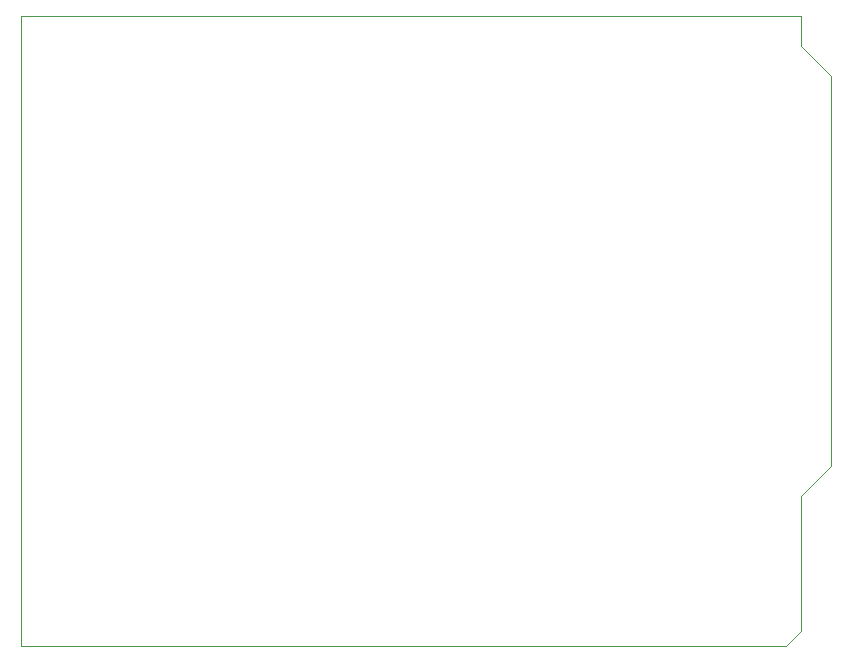
<source format=gbr>
G04 #@! TF.GenerationSoftware,KiCad,Pcbnew,5.1.5+dfsg1-2build2*
G04 #@! TF.CreationDate,2021-03-15T22:18:43+01:00*
G04 #@! TF.ProjectId,ProMicro_ADAPT,50726f4d-6963-4726-9f5f-41444150542e,v1.0*
G04 #@! TF.SameCoordinates,Original*
G04 #@! TF.FileFunction,Profile,NP*
%FSLAX46Y46*%
G04 Gerber Fmt 4.6, Leading zero omitted, Abs format (unit mm)*
G04 Created by KiCad*
%MOMM*%
%LPD*%
G04 APERTURE LIST*
%ADD10C,0.050000*%
G04 APERTURE END LIST*
D10*
X58420000Y-69850000D02*
X58420000Y-123190000D01*
X124460000Y-69850000D02*
X58420000Y-69850000D01*
X124460000Y-72390000D02*
X124460000Y-69850000D01*
X127000000Y-74930000D02*
X124460000Y-72390000D01*
X127000000Y-107950000D02*
X127000000Y-74930000D01*
X124460000Y-110490000D02*
X127000000Y-107950000D01*
X124460000Y-121920000D02*
X124460000Y-110490000D01*
X123190000Y-123190000D02*
X124460000Y-121920000D01*
X58420000Y-123190000D02*
X123190000Y-123190000D01*
M02*

</source>
